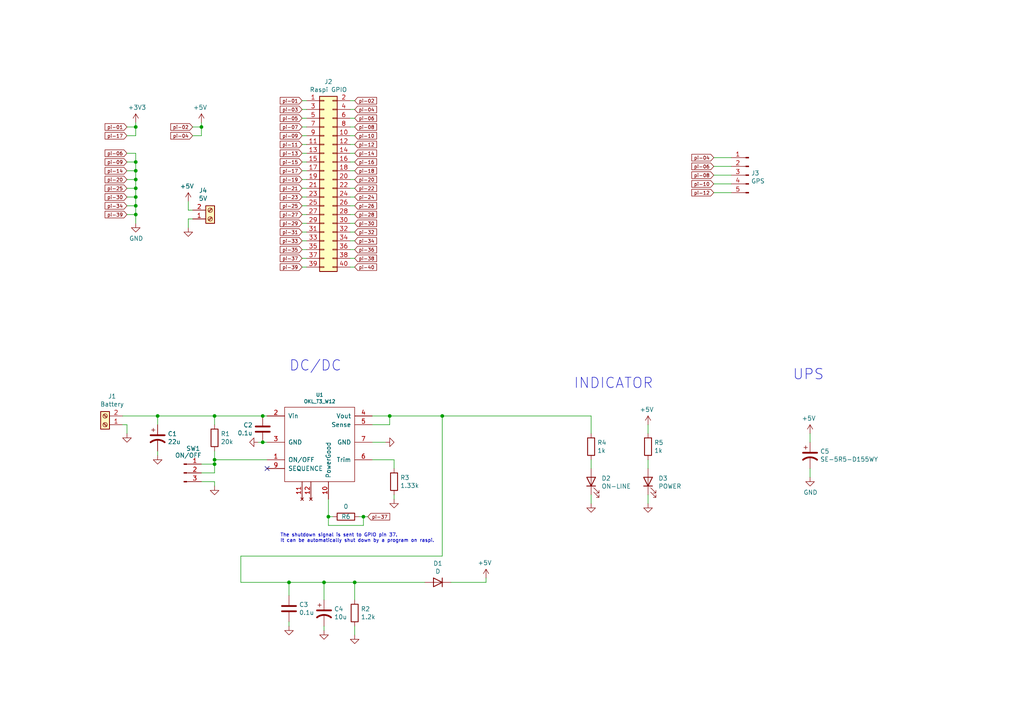
<source format=kicad_sch>
(kicad_sch (version 20230121) (generator eeschema)
  (paper "A4")
  (lib_symbols
    (symbol "Connector:Screw_Terminal_01x02" (pin_names (offset 1.016) hide)
      (property "Reference" "J" (at 0 2.54 0))
      (property "Value" "Screw_Terminal_01x02" (at 0 -5.08 0))
      (symbol "Screw_Terminal_01x02_1_1"
        (rectangle (start -1.27 1.27) (end 1.27 -3.81) (stroke (width 0.254)) (fill (type background)))
        (circle (center 0 -2.54) (radius 0.635) (stroke (width 0.1524)))
        (polyline (pts (xy -0.5334 -2.2098) (xy 0.3302 -3.048)) (stroke (width 0.1524)))
        (polyline (pts (xy -0.5334 0.3302) (xy 0.3302 -0.508)) (stroke (width 0.1524)))
        (polyline (pts (xy -0.3556 -2.032) (xy 0.508 -2.8702)) (stroke (width 0.1524)))
        (polyline (pts (xy -0.3556 0.508) (xy 0.508 -0.3302)) (stroke (width 0.1524)))
        (circle (center 0 0) (radius 0.635) (stroke (width 0.1524)))
        (pin passive line (at -5.08 0 0) (length 3.81) (name "Pin_1") (number "1"))
        (pin passive line (at -5.08 -2.54 0) (length 3.81) (name "Pin_2") (number "2"))
      )
    )
    (symbol "Connector_Generic:Conn_02x20_Odd_Even" (pin_names (offset 1.016) hide)
      (property "Reference" "J" (at 1.27 25.4 0))
      (property "Value" "Conn_02x20_Odd_Even" (at 1.27 -27.94 0))
      (symbol "Conn_02x20_Odd_Even_1_1"
        (rectangle (start -1.27 -25.273) (end 0 -25.527) (stroke (width 0.1524)))
        (rectangle (start -1.27 -22.733) (end 0 -22.987) (stroke (width 0.1524)))
        (rectangle (start -1.27 -20.193) (end 0 -20.447) (stroke (width 0.1524)))
        (rectangle (start -1.27 -17.653) (end 0 -17.907) (stroke (width 0.1524)))
        (rectangle (start -1.27 -15.113) (end 0 -15.367) (stroke (width 0.1524)))
        (rectangle (start -1.27 -12.573) (end 0 -12.827) (stroke (width 0.1524)))
        (rectangle (start -1.27 -10.033) (end 0 -10.287) (stroke (width 0.1524)))
        (rectangle (start -1.27 -7.493) (end 0 -7.747) (stroke (width 0.1524)))
        (rectangle (start -1.27 -4.953) (end 0 -5.207) (stroke (width 0.1524)))
        (rectangle (start -1.27 -2.413) (end 0 -2.667) (stroke (width 0.1524)))
        (rectangle (start -1.27 0.127) (end 0 -0.127) (stroke (width 0.1524)))
        (rectangle (start -1.27 2.667) (end 0 2.413) (stroke (width 0.1524)))
        (rectangle (start -1.27 5.207) (end 0 4.953) (stroke (width 0.1524)))
        (rectangle (start -1.27 7.747) (end 0 7.493) (stroke (width 0.1524)))
        (rectangle (start -1.27 10.287) (end 0 10.033) (stroke (width 0.1524)))
        (rectangle (start -1.27 12.827) (end 0 12.573) (stroke (width 0.1524)))
        (rectangle (start -1.27 15.367) (end 0 15.113) (stroke (width 0.1524)))
        (rectangle (start -1.27 17.907) (end 0 17.653) (stroke (width 0.1524)))
        (rectangle (start -1.27 20.447) (end 0 20.193) (stroke (width 0.1524)))
        (rectangle (start -1.27 22.987) (end 0 22.733) (stroke (width 0.1524)))
        (rectangle (start -1.27 24.13) (end 3.81 -26.67) (stroke (width 0.254)) (fill (type background)))
        (rectangle (start 3.81 -25.273) (end 2.54 -25.527) (stroke (width 0.1524)))
        (rectangle (start 3.81 -22.733) (end 2.54 -22.987) (stroke (width 0.1524)))
        (rectangle (start 3.81 -20.193) (end 2.54 -20.447) (stroke (width 0.1524)))
        (rectangle (start 3.81 -17.653) (end 2.54 -17.907) (stroke (width 0.1524)))
        (rectangle (start 3.81 -15.113) (end 2.54 -15.367) (stroke (width 0.1524)))
        (rectangle (start 3.81 -12.573) (end 2.54 -12.827) (stroke (width 0.1524)))
        (rectangle (start 3.81 -10.033) (end 2.54 -10.287) (stroke (width 0.1524)))
        (rectangle (start 3.81 -7.493) (end 2.54 -7.747) (stroke (width 0.1524)))
        (rectangle (start 3.81 -4.953) (end 2.54 -5.207) (stroke (width 0.1524)))
        (rectangle (start 3.81 -2.413) (end 2.54 -2.667) (stroke (width 0.1524)))
        (rectangle (start 3.81 0.127) (end 2.54 -0.127) (stroke (width 0.1524)))
        (rectangle (start 3.81 2.667) (end 2.54 2.413) (stroke (width 0.1524)))
        (rectangle (start 3.81 5.207) (end 2.54 4.953) (stroke (width 0.1524)))
        (rectangle (start 3.81 7.747) (end 2.54 7.493) (stroke (width 0.1524)))
        (rectangle (start 3.81 10.287) (end 2.54 10.033) (stroke (width 0.1524)))
        (rectangle (start 3.81 12.827) (end 2.54 12.573) (stroke (width 0.1524)))
        (rectangle (start 3.81 15.367) (end 2.54 15.113) (stroke (width 0.1524)))
        (rectangle (start 3.81 17.907) (end 2.54 17.653) (stroke (width 0.1524)))
        (rectangle (start 3.81 20.447) (end 2.54 20.193) (stroke (width 0.1524)))
        (rectangle (start 3.81 22.987) (end 2.54 22.733) (stroke (width 0.1524)))
        (pin passive line (at -5.08 22.86 0) (length 3.81) (name "Pin_1") (number "1"))
        (pin passive line (at 7.62 12.7 180) (length 3.81) (name "Pin_10") (number "10"))
        (pin passive line (at -5.08 10.16 0) (length 3.81) (name "Pin_11") (number "11"))
        (pin passive line (at 7.62 10.16 180) (length 3.81) (name "Pin_12") (number "12"))
        (pin passive line (at -5.08 7.62 0) (length 3.81) (name "Pin_13") (number "13"))
        (pin passive line (at 7.62 7.62 180) (length 3.81) (name "Pin_14") (number "14"))
        (pin passive line (at -5.08 5.08 0) (length 3.81) (name "Pin_15") (number "15"))
        (pin passive line (at 7.62 5.08 180) (length 3.81) (name "Pin_16") (number "16"))
        (pin passive line (at -5.08 2.54 0) (length 3.81) (name "Pin_17") (number "17"))
        (pin passive line (at 7.62 2.54 180) (length 3.81) (name "Pin_18") (number "18"))
        (pin passive line (at -5.08 0 0) (length 3.81) (name "Pin_19") (number "19"))
        (pin passive line (at 7.62 22.86 180) (length 3.81) (name "Pin_2") (number "2"))
        (pin passive line (at 7.62 0 180) (length 3.81) (name "Pin_20") (number "20"))
        (pin passive line (at -5.08 -2.54 0) (length 3.81) (name "Pin_21") (number "21"))
        (pin passive line (at 7.62 -2.54 180) (length 3.81) (name "Pin_22") (number "22"))
        (pin passive line (at -5.08 -5.08 0) (length 3.81) (name "Pin_23") (number "23"))
        (pin passive line (at 7.62 -5.08 180) (length 3.81) (name "Pin_24") (number "24"))
        (pin passive line (at -5.08 -7.62 0) (length 3.81) (name "Pin_25") (number "25"))
        (pin passive line (at 7.62 -7.62 180) (length 3.81) (name "Pin_26") (number "26"))
        (pin passive line (at -5.08 -10.16 0) (length 3.81) (name "Pin_27") (number "27"))
        (pin passive line (at 7.62 -10.16 180) (length 3.81) (name "Pin_28") (number "28"))
        (pin passive line (at -5.08 -12.7 0) (length 3.81) (name "Pin_29") (number "29"))
        (pin passive line (at -5.08 20.32 0) (length 3.81) (name "Pin_3") (number "3"))
        (pin passive line (at 7.62 -12.7 180) (length 3.81) (name "Pin_30") (number "30"))
        (pin passive line (at -5.08 -15.24 0) (length 3.81) (name "Pin_31") (number "31"))
        (pin passive line (at 7.62 -15.24 180) (length 3.81) (name "Pin_32") (number "32"))
        (pin passive line (at -5.08 -17.78 0) (length 3.81) (name "Pin_33") (number "33"))
        (pin passive line (at 7.62 -17.78 180) (length 3.81) (name "Pin_34") (number "34"))
        (pin passive line (at -5.08 -20.32 0) (length 3.81) (name "Pin_35") (number "35"))
        (pin passive line (at 7.62 -20.32 180) (length 3.81) (name "Pin_36") (number "36"))
        (pin passive line (at -5.08 -22.86 0) (length 3.81) (name "Pin_37") (number "37"))
        (pin passive line (at 7.62 -22.86 180) (length 3.81) (name "Pin_38") (number "38"))
        (pin passive line (at -5.08 -25.4 0) (length 3.81) (name "Pin_39") (number "39"))
        (pin passive line (at 7.62 20.32 180) (length 3.81) (name "Pin_4") (number "4"))
        (pin passive line (at 7.62 -25.4 180) (length 3.81) (name "Pin_40") (number "40"))
        (pin passive line (at -5.08 17.78 0) (length 3.81) (name "Pin_5") (number "5"))
        (pin passive line (at 7.62 17.78 180) (length 3.81) (name "Pin_6") (number "6"))
        (pin passive line (at -5.08 15.24 0) (length 3.81) (name "Pin_7") (number "7"))
        (pin passive line (at 7.62 15.24 180) (length 3.81) (name "Pin_8") (number "8"))
        (pin passive line (at -5.08 12.7 0) (length 3.81) (name "Pin_9") (number "9"))
      )
    )
    (symbol "Device:C" (pin_numbers hide) (pin_names (offset 0.254))
      (property "Reference" "C" (at 0.635 2.54 0))
      (property "Value" "C" (at 0.635 -2.54 0))
      (symbol "C_0_1"
        (polyline (pts (xy -2.032 -0.762) (xy 2.032 -0.762)) (stroke (width 0.508)))
        (polyline (pts (xy -2.032 0.762) (xy 2.032 0.762)) (stroke (width 0.508)))
      )
      (symbol "C_1_1"
        (pin passive line (at 0 3.81 270) (length 2.794) (name "~") (number "1"))
        (pin passive line (at 0 -3.81 90) (length 2.794) (name "~") (number "2"))
      )
    )
    (symbol "Device:D" (pin_numbers hide) (pin_names (offset 1.016) hide)
      (property "Reference" "D" (at 0 2.54 0))
      (property "Value" "D" (at 0 -2.54 0))
      (symbol "D_0_1"
        (polyline (pts (xy -1.27 1.27) (xy -1.27 -1.27)) (stroke (width 0.254)))
        (polyline (pts (xy 1.27 0) (xy -1.27 0)))
        (polyline (pts (xy 1.27 1.27) (xy 1.27 -1.27) (xy -1.27 0) (xy 1.27 1.27)) (stroke (width 0.254)))
      )
      (symbol "D_1_1"
        (pin passive line (at -3.81 0 0) (length 2.54) (name "K") (number "1"))
        (pin passive line (at 3.81 0 180) (length 2.54) (name "A") (number "2"))
      )
    )
    (symbol "Device:LED" (pin_numbers hide) (pin_names (offset 1.016) hide)
      (property "Reference" "D" (at 0 2.54 0))
      (property "Value" "LED" (at 0 -2.54 0))
      (symbol "LED_0_1"
        (polyline (pts (xy -1.27 -1.27) (xy -1.27 1.27)) (stroke (width 0.254)))
        (polyline (pts (xy -1.27 0) (xy 1.27 0)))
        (polyline (pts (xy 1.27 -1.27) (xy 1.27 1.27) (xy -1.27 0) (xy 1.27 -1.27)) (stroke (width 0.254)))
        (polyline (pts (xy -3.048 -0.762) (xy -4.572 -2.286) (xy -3.81 -2.286) (xy -4.572 -2.286) (xy -4.572 -1.524)))
        (polyline (pts (xy -1.778 -0.762) (xy -3.302 -2.286) (xy -2.54 -2.286) (xy -3.302 -2.286) (xy -3.302 -1.524)))
      )
      (symbol "LED_1_1"
        (pin passive line (at -3.81 0 0) (length 2.54) (name "K") (number "1"))
        (pin passive line (at 3.81 0 180) (length 2.54) (name "A") (number "2"))
      )
    )
    (symbol "Device:R" (pin_numbers hide) (pin_names (offset 0))
      (property "Reference" "R" (at 2.032 0 90))
      (property "Value" "R" (at 0 0 90))
      (symbol "R_0_1"
        (rectangle (start -1.016 -2.54) (end 1.016 2.54) (stroke (width 0.254)))
      )
      (symbol "R_1_1"
        (pin passive line (at 0 3.81 270) (length 1.27) (name "~") (number "1"))
        (pin passive line (at 0 -3.81 90) (length 1.27) (name "~") (number "2"))
      )
    )
    (symbol "pi-ups-rescue:+3.3V-power" (power) (pin_names (offset 0))
      (property "Value" "+3.3V-power" (at 0 3.556 0))
      (symbol "+3.3V-power_0_1"
        (polyline (pts (xy -0.762 1.27) (xy 0 2.54)))
        (polyline (pts (xy 0 0) (xy 0 2.54)))
        (polyline (pts (xy 0 2.54) (xy 0.762 1.27)))
      )
      (symbol "+3.3V-power_1_1"
        (pin power_in line (at 0 0 90) (length 0) hide (name "+3V3") (number "1"))
      )
    )
    (symbol "pi-ups-rescue:CP1-Device" (pin_numbers hide) (pin_names (offset 0.254) hide)
      (property "Reference" "C" (at 0.635 2.54 0))
      (property "Value" "Device:CP1" (at 0.635 -2.54 0))
      (symbol "CP1-Device_0_1"
        (polyline (pts (xy -2.032 0.762) (xy 2.032 0.762)) (stroke (width 0.508)))
        (polyline (pts (xy -1.778 2.286) (xy -0.762 2.286)))
        (polyline (pts (xy -1.27 1.778) (xy -1.27 2.794)))
        (arc (start 2.032 -1.27) (mid 0 -0.5572) (end -2.032 -1.27) (stroke (width 0.508)))
      )
      (symbol "CP1-Device_1_1"
        (pin passive line (at 0 3.81 270) (length 2.794) (name "~") (number "1"))
        (pin passive line (at 0 -3.81 90) (length 3.302) (name "~") (number "2"))
      )
    )
    (symbol "pi-ups-rescue:Conn_01x03_Male-Connector" (pin_names (offset 1.016) hide)
      (property "Reference" "J" (at 0 5.08 0))
      (property "Value" "Connector:Conn_01x03_Male" (at 0 -5.08 0))
      (symbol "Conn_01x03_Male-Connector_1_1"
        (polyline (pts (xy 1.27 -2.54) (xy 0.8636 -2.54)) (stroke (width 0.1524)))
        (polyline (pts (xy 1.27 0) (xy 0.8636 0)) (stroke (width 0.1524)))
        (polyline (pts (xy 1.27 2.54) (xy 0.8636 2.54)) (stroke (width 0.1524)))
        (rectangle (start 0.8636 -2.413) (end 0 -2.667) (stroke (width 0.1524)) (fill (type outline)))
        (rectangle (start 0.8636 0.127) (end 0 -0.127) (stroke (width 0.1524)) (fill (type outline)))
        (rectangle (start 0.8636 2.667) (end 0 2.413) (stroke (width 0.1524)) (fill (type outline)))
        (pin passive line (at 5.08 2.54 180) (length 3.81) (name "Pin_1") (number "1"))
        (pin passive line (at 5.08 0 180) (length 3.81) (name "Pin_2") (number "2"))
        (pin passive line (at 5.08 -2.54 180) (length 3.81) (name "Pin_3") (number "3"))
      )
    )
    (symbol "pi-ups-rescue:Conn_01x05_Male-Connector" (pin_names (offset 1.016) hide)
      (property "Reference" "J" (at 0 7.62 0))
      (property "Value" "Connector:Conn_01x05_Male" (at 0 -7.62 0))
      (symbol "Conn_01x05_Male-Connector_1_1"
        (polyline (pts (xy 1.27 -5.08) (xy 0.8636 -5.08)) (stroke (width 0.1524)))
        (polyline (pts (xy 1.27 -2.54) (xy 0.8636 -2.54)) (stroke (width 0.1524)))
        (polyline (pts (xy 1.27 0) (xy 0.8636 0)) (stroke (width 0.1524)))
        (polyline (pts (xy 1.27 2.54) (xy 0.8636 2.54)) (stroke (width 0.1524)))
        (polyline (pts (xy 1.27 5.08) (xy 0.8636 5.08)) (stroke (width 0.1524)))
        (rectangle (start 0.8636 -4.953) (end 0 -5.207) (stroke (width 0.1524)) (fill (type outline)))
        (rectangle (start 0.8636 -2.413) (end 0 -2.667) (stroke (width 0.1524)) (fill (type outline)))
        (rectangle (start 0.8636 0.127) (end 0 -0.127) (stroke (width 0.1524)) (fill (type outline)))
        (rectangle (start 0.8636 2.667) (end 0 2.413) (stroke (width 0.1524)) (fill (type outline)))
        (rectangle (start 0.8636 5.207) (end 0 4.953) (stroke (width 0.1524)) (fill (type outline)))
        (pin passive line (at 5.08 5.08 180) (length 3.81) (name "Pin_1") (number "1"))
        (pin passive line (at 5.08 2.54 180) (length 3.81) (name "Pin_2") (number "2"))
        (pin passive line (at 5.08 0 180) (length 3.81) (name "Pin_3") (number "3"))
        (pin passive line (at 5.08 -2.54 180) (length 3.81) (name "Pin_4") (number "4"))
        (pin passive line (at 5.08 -5.08 180) (length 3.81) (name "Pin_5") (number "5"))
      )
    )
    (symbol "pi-ups-rescue:OKL_T3_W12-murata_dcdc" (pin_names (offset 1.016))
      (property "Reference" "U" (at 0 7.62 0))
      (property "Value" "murata_dcdc:OKL_T3_W12" (at 0 5.08 0))
      (symbol "OKL_T3_W12-murata_dcdc_0_1"
        (rectangle (start -10.16 6.35) (end 10.16 -15.24))
      )
      (symbol "OKL_T3_W12-murata_dcdc_1_1"
        (pin bidirectional line (at -15.24 -8.89 0) (length 5.08) (name "ON/OFF") (number "1"))
        (pin bidirectional line (at 2.54 -20.32 90) (length 5.08) (name "PowerGood") (number "10"))
        (pin no_connect line (at -5.08 -20.32 90) (length 5.08) (name "~") (number "11"))
        (pin no_connect line (at -2.54 -20.32 90) (length 5.08) (name "~") (number "12"))
        (pin power_in line (at -15.24 3.81 0) (length 5.08) (name "Vin") (number "2"))
        (pin power_in line (at -15.24 -3.81 0) (length 5.08) (name "GND") (number "3"))
        (pin power_out line (at 15.24 3.81 180) (length 5.08) (name "Vout") (number "4"))
        (pin bidirectional line (at 15.24 1.27 180) (length 5.08) (name "Sense") (number "5"))
        (pin bidirectional line (at 15.24 -8.89 180) (length 5.08) (name "Trim") (number "6"))
        (pin power_in line (at 15.24 -3.81 180) (length 5.08) (name "GND") (number "7"))
        (pin bidirectional line (at -15.24 -11.43 0) (length 5.08) (name "SEQUENCE") (number "9"))
      )
    )
    (symbol "power:+5V" (power) (pin_names (offset 0))
      (property "Value" "+5V" (at 0 3.556 0))
      (symbol "+5V_0_1"
        (polyline (pts (xy -0.762 1.27) (xy 0 2.54)))
        (polyline (pts (xy 0 0) (xy 0 2.54)))
        (polyline (pts (xy 0 2.54) (xy 0.762 1.27)))
      )
      (symbol "+5V_1_1"
        (pin power_in line (at 0 0 90) (length 0) hide (name "+5V") (number "1"))
      )
    )
    (symbol "power:GND" (power) (pin_names (offset 0))
      (property "Value" "GND" (at 0 -3.81 0))
      (symbol "GND_0_1"
        (polyline (pts (xy 0 0) (xy 0 -1.27) (xy 1.27 -1.27) (xy 0 -2.54) (xy -1.27 -1.27) (xy 0 -1.27)))
      )
      (symbol "GND_1_1"
        (pin power_in line (at 0 0 270) (length 0) hide (name "GND") (number "1"))
      )
    )
  )
  (junction (at 39.37 57.15))
  (junction (at 83.82 168.91))
  (junction (at 113.03 120.65))
  (junction (at 62.23 133.35))
  (junction (at 102.87 168.91))
  (junction (at 39.37 36.83))
  (junction (at 128.27 120.65))
  (junction (at 105.41 149.86))
  (junction (at 62.23 134.62))
  (junction (at 76.2 120.65))
  (junction (at 39.37 49.53))
  (junction (at 93.98 168.91))
  (junction (at 39.37 62.23))
  (junction (at 39.37 59.69))
  (junction (at 58.42 36.83))
  (junction (at 39.37 54.61))
  (junction (at 95.25 149.86))
  (junction (at 76.2 128.27))
  (junction (at 45.72 120.65))
  (junction (at 39.37 52.07))
  (junction (at 62.23 120.65))
  (junction (at 39.37 46.99))
  (no_connect (at 77.47 135.89))
  (wire (pts (xy 39.37 62.23) (xy 39.37 59.69)))
  (wire (pts (xy 39.37 36.83) (xy 39.37 39.37)))
  (wire (pts (xy 58.42 39.37) (xy 55.88 39.37)))
  (wire (pts (xy 35.56 123.19) (xy 36.83 123.19)))
  (wire (pts (xy 207.01 45.72) (xy 212.09 45.72)))
  (wire (pts (xy 36.83 54.61) (xy 39.37 54.61)))
  (wire (pts (xy 130.81 168.91) (xy 140.97 168.91)))
  (wire (pts (xy 128.27 161.29) (xy 69.85 161.29)))
  (wire (pts (xy 105.41 152.4) (xy 105.41 149.86)))
  (wire (pts (xy 45.72 130.81) (xy 45.72 132.08)))
  (wire (pts (xy 88.9 39.37) (xy 87.63 39.37)))
  (wire (pts (xy 58.42 134.62) (xy 62.23 134.62)))
  (wire (pts (xy 58.42 36.83) (xy 58.42 39.37)))
  (wire (pts (xy 88.9 54.61) (xy 87.63 54.61)))
  (wire (pts (xy 58.42 137.16) (xy 62.23 137.16)))
  (wire (pts (xy 102.87 29.21) (xy 101.6 29.21)))
  (wire (pts (xy 39.37 44.45) (xy 36.83 44.45)))
  (wire (pts (xy 101.6 72.39) (xy 102.87 72.39)))
  (wire (pts (xy 105.41 149.86) (xy 106.68 149.86)))
  (wire (pts (xy 101.6 62.23) (xy 102.87 62.23)))
  (wire (pts (xy 62.23 137.16) (xy 62.23 134.62)))
  (wire (pts (xy 88.9 52.07) (xy 87.63 52.07)))
  (wire (pts (xy 101.6 31.75) (xy 102.87 31.75)))
  (wire (pts (xy 88.9 62.23) (xy 87.63 62.23)))
  (wire (pts (xy 187.96 123.19) (xy 187.96 125.73)))
  (wire (pts (xy 88.9 77.47) (xy 87.63 77.47)))
  (wire (pts (xy 88.9 34.29) (xy 87.63 34.29)))
  (wire (pts (xy 36.83 36.83) (xy 39.37 36.83)))
  (wire (pts (xy 69.85 168.91) (xy 83.82 168.91)))
  (wire (pts (xy 39.37 52.07) (xy 39.37 49.53)))
  (wire (pts (xy 95.25 149.86) (xy 95.25 152.4)))
  (wire (pts (xy 101.6 59.69) (xy 102.87 59.69)))
  (wire (pts (xy 88.9 31.75) (xy 87.63 31.75)))
  (wire (pts (xy 234.95 138.43) (xy 234.95 135.89)))
  (wire (pts (xy 83.82 172.72) (xy 83.82 168.91)))
  (wire (pts (xy 95.25 144.78) (xy 95.25 149.86)))
  (wire (pts (xy 101.6 77.47) (xy 102.87 77.47)))
  (wire (pts (xy 107.95 120.65) (xy 113.03 120.65)))
  (wire (pts (xy 171.45 135.89) (xy 171.45 133.35)))
  (wire (pts (xy 114.3 135.89) (xy 114.3 133.35)))
  (wire (pts (xy 45.72 120.65) (xy 45.72 123.19)))
  (wire (pts (xy 88.9 57.15) (xy 87.63 57.15)))
  (wire (pts (xy 62.23 139.7) (xy 62.23 140.97)))
  (wire (pts (xy 114.3 133.35) (xy 107.95 133.35)))
  (wire (pts (xy 58.42 139.7) (xy 62.23 139.7)))
  (wire (pts (xy 36.83 57.15) (xy 39.37 57.15)))
  (wire (pts (xy 39.37 59.69) (xy 39.37 57.15)))
  (wire (pts (xy 77.47 128.27) (xy 76.2 128.27)))
  (wire (pts (xy 39.37 46.99) (xy 39.37 44.45)))
  (wire (pts (xy 87.63 29.21) (xy 88.9 29.21)))
  (wire (pts (xy 36.83 46.99) (xy 39.37 46.99)))
  (wire (pts (xy 69.85 161.29) (xy 69.85 168.91)))
  (wire (pts (xy 113.03 120.65) (xy 128.27 120.65)))
  (wire (pts (xy 88.9 41.91) (xy 87.63 41.91)))
  (wire (pts (xy 54.61 60.96) (xy 55.88 60.96)))
  (wire (pts (xy 212.09 53.34) (xy 207.01 53.34)))
  (wire (pts (xy 101.6 52.07) (xy 102.87 52.07)))
  (wire (pts (xy 55.88 36.83) (xy 58.42 36.83)))
  (wire (pts (xy 39.37 54.61) (xy 39.37 52.07)))
  (wire (pts (xy 76.2 128.27) (xy 74.93 128.27)))
  (wire (pts (xy 101.6 41.91) (xy 102.87 41.91)))
  (wire (pts (xy 39.37 39.37) (xy 36.83 39.37)))
  (wire (pts (xy 76.2 120.65) (xy 77.47 120.65)))
  (wire (pts (xy 234.95 128.27) (xy 234.95 125.73)))
  (wire (pts (xy 212.09 48.26) (xy 207.01 48.26)))
  (wire (pts (xy 39.37 57.15) (xy 39.37 54.61)))
  (wire (pts (xy 88.9 67.31) (xy 87.63 67.31)))
  (wire (pts (xy 88.9 59.69) (xy 87.63 59.69)))
  (wire (pts (xy 207.01 50.8) (xy 212.09 50.8)))
  (wire (pts (xy 62.23 134.62) (xy 62.23 133.35)))
  (wire (pts (xy 187.96 146.05) (xy 187.96 143.51)))
  (wire (pts (xy 36.83 52.07) (xy 39.37 52.07)))
  (wire (pts (xy 207.01 55.88) (xy 212.09 55.88)))
  (wire (pts (xy 45.72 120.65) (xy 62.23 120.65)))
  (wire (pts (xy 102.87 181.61) (xy 102.87 184.15)))
  (wire (pts (xy 39.37 36.83) (xy 39.37 35.56)))
  (wire (pts (xy 88.9 74.93) (xy 87.63 74.93)))
  (wire (pts (xy 39.37 49.53) (xy 36.83 49.53)))
  (wire (pts (xy 101.6 44.45) (xy 102.87 44.45)))
  (wire (pts (xy 58.42 35.56) (xy 58.42 36.83)))
  (wire (pts (xy 113.03 123.19) (xy 113.03 120.65)))
  (wire (pts (xy 101.6 39.37) (xy 102.87 39.37)))
  (wire (pts (xy 88.9 64.77) (xy 87.63 64.77)))
  (wire (pts (xy 104.14 149.86) (xy 105.41 149.86)))
  (wire (pts (xy 88.9 69.85) (xy 87.63 69.85)))
  (wire (pts (xy 187.96 135.89) (xy 187.96 133.35)))
  (wire (pts (xy 54.61 63.5) (xy 54.61 66.04)))
  (wire (pts (xy 101.6 69.85) (xy 102.87 69.85)))
  (wire (pts (xy 128.27 120.65) (xy 171.45 120.65)))
  (wire (pts (xy 101.6 67.31) (xy 102.87 67.31)))
  (wire (pts (xy 39.37 49.53) (xy 39.37 46.99)))
  (wire (pts (xy 88.9 46.99) (xy 87.63 46.99)))
  (wire (pts (xy 54.61 58.42) (xy 54.61 60.96)))
  (wire (pts (xy 83.82 180.34) (xy 83.82 181.61)))
  (wire (pts (xy 55.88 63.5) (xy 54.61 63.5)))
  (wire (pts (xy 171.45 120.65) (xy 171.45 125.73)))
  (wire (pts (xy 102.87 168.91) (xy 123.19 168.91)))
  (wire (pts (xy 107.95 123.19) (xy 113.03 123.19)))
  (wire (pts (xy 114.3 144.78) (xy 114.3 143.51)))
  (wire (pts (xy 140.97 167.64) (xy 140.97 168.91)))
  (wire (pts (xy 93.98 168.91) (xy 102.87 168.91)))
  (wire (pts (xy 101.6 46.99) (xy 102.87 46.99)))
  (wire (pts (xy 88.9 72.39) (xy 87.63 72.39)))
  (wire (pts (xy 88.9 36.83) (xy 87.63 36.83)))
  (wire (pts (xy 36.83 62.23) (xy 39.37 62.23)))
  (wire (pts (xy 102.87 173.99) (xy 102.87 168.91)))
  (wire (pts (xy 101.6 54.61) (xy 102.87 54.61)))
  (wire (pts (xy 36.83 59.69) (xy 39.37 59.69)))
  (wire (pts (xy 39.37 62.23) (xy 39.37 64.77)))
  (wire (pts (xy 107.95 128.27) (xy 111.76 128.27)))
  (wire (pts (xy 101.6 57.15) (xy 102.87 57.15)))
  (wire (pts (xy 101.6 36.83) (xy 102.87 36.83)))
  (wire (pts (xy 171.45 146.05) (xy 171.45 143.51)))
  (wire (pts (xy 35.56 120.65) (xy 45.72 120.65)))
  (wire (pts (xy 83.82 168.91) (xy 93.98 168.91)))
  (wire (pts (xy 95.25 152.4) (xy 105.41 152.4)))
  (wire (pts (xy 62.23 120.65) (xy 62.23 123.19)))
  (wire (pts (xy 88.9 44.45) (xy 87.63 44.45)))
  (wire (pts (xy 93.98 181.61) (xy 93.98 182.88)))
  (wire (pts (xy 62.23 130.81) (xy 62.23 133.35)))
  (wire (pts (xy 101.6 74.93) (xy 102.87 74.93)))
  (wire (pts (xy 101.6 64.77) (xy 102.87 64.77)))
  (wire (pts (xy 101.6 34.29) (xy 102.87 34.29)))
  (wire (pts (xy 101.6 49.53) (xy 102.87 49.53)))
  (wire (pts (xy 93.98 173.99) (xy 93.98 168.91)))
  (wire (pts (xy 88.9 49.53) (xy 87.63 49.53)))
  (wire (pts (xy 95.25 149.86) (xy 96.52 149.86)))
  (wire (pts (xy 62.23 120.65) (xy 76.2 120.65)))
  (wire (pts (xy 36.83 123.19) (xy 36.83 125.73)))
  (wire (pts (xy 128.27 120.65) (xy 128.27 161.29)))
  (wire (pts (xy 62.23 133.35) (xy 77.47 133.35)))
  (text "UPS" (at 229.87 110.49 0) (effects (font (size 2.9972 2.9972)) (justify left bottom)))
  (text "The shutdown signal is sent to GPIO pin 37.\nIt can be automatically shut down by a program on raspi." (at 81.28 157.48 0) (effects (font (size 0.9906 0.9906)) (justify left bottom)))
  (text "DC/DC" (at 83.82 107.95 0) (effects (font (size 2.9972 2.9972)) (justify left bottom)))
  (text "INDICATOR" (at 166.37 113.03 0) (effects (font (size 2.9972 2.9972)) (justify left bottom)))
  (global_label "pi-12" (shape input) (at 207.01 55.88 180) (effects (font (size 0.9906 0.9906))) (property "Intersheetrefs" "${INTERSHEET_REFS}" (effects hide)))
  (global_label "pi-29" (shape input) (at 87.63 64.77 180) (effects (font (size 0.9906 0.9906))) (property "Intersheetrefs" "${INTERSHEET_REFS}" (effects hide)))
  (global_label "pi-32" (shape input) (at 102.87 67.31 0) (effects (font (size 0.9906 0.9906))) (property "Intersheetrefs" "${INTERSHEET_REFS}" (effects hide)))
  (global_label "pi-27" (shape input) (at 87.63 62.23 180) (effects (font (size 0.9906 0.9906))) (property "Intersheetrefs" "${INTERSHEET_REFS}" (effects hide)))
  (global_label "pi-28" (shape input) (at 102.87 62.23 0) (effects (font (size 0.9906 0.9906))) (property "Intersheetrefs" "${INTERSHEET_REFS}" (effects hide)))
  (global_label "pi-01" (shape input) (at 87.63 29.21 180) (effects (font (size 0.9906 0.9906))) (property "Intersheetrefs" "${INTERSHEET_REFS}" (effects hide)))
  (global_label "pi-15" (shape input) (at 87.63 46.99 180) (effects (font (size 0.9906 0.9906))) (property "Intersheetrefs" "${INTERSHEET_REFS}" (effects hide)))
  (global_label "pi-36" (shape input) (at 102.87 72.39 0) (effects (font (size 0.9906 0.9906))) (property "Intersheetrefs" "${INTERSHEET_REFS}" (effects hide)))
  (global_label "pi-34" (shape input) (at 102.87 69.85 0) (effects (font (size 0.9906 0.9906))) (property "Intersheetrefs" "${INTERSHEET_REFS}" (effects hide)))
  (global_label "pi-38" (shape input) (at 102.87 74.93 0) (effects (font (size 0.9906 0.9906))) (property "Intersheetrefs" "${INTERSHEET_REFS}" (effects hide)))
  (global_label "pi-31" (shape input) (at 87.63 67.31 180) (effects (font (size 0.9906 0.9906))) (property "Intersheetrefs" "${INTERSHEET_REFS}" (effects hide)))
  (global_label "pi-25" (shape input) (at 87.63 59.69 180) (effects (font (size 0.9906 0.9906))) (property "Intersheetrefs" "${INTERSHEET_REFS}" (effects hide)))
  (global_label "pi-35" (shape input) (at 87.63 72.39 180) (effects (font (size 0.9906 0.9906))) (property "Intersheetrefs" "${INTERSHEET_REFS}" (effects hide)))
  (global_label "pi-14" (shape input) (at 102.87 44.45 0) (effects (font (size 0.9906 0.9906))) (property "Intersheetrefs" "${INTERSHEET_REFS}" (effects hide)))
  (global_label "pi-04" (shape input) (at 55.88 39.37 180) (effects (font (size 0.9906 0.9906))) (property "Intersheetrefs" "${INTERSHEET_REFS}" (effects hide)))
  (global_label "pi-24" (shape input) (at 102.87 57.15 0) (effects (font (size 0.9906 0.9906))) (property "Intersheetrefs" "${INTERSHEET_REFS}" (effects hide)))
  (global_label "pi-04" (shape input) (at 102.87 31.75 0) (effects (font (size 0.9906 0.9906))) (property "Intersheetrefs" "${INTERSHEET_REFS}" (effects hide)))
  (global_label "pi-18" (shape input) (at 102.87 49.53 0) (effects (font (size 0.9906 0.9906))) (property "Intersheetrefs" "${INTERSHEET_REFS}" (effects hide)))
  (global_label "pi-16" (shape input) (at 102.87 46.99 0) (effects (font (size 0.9906 0.9906))) (property "Intersheetrefs" "${INTERSHEET_REFS}" (effects hide)))
  (global_label "pi-07" (shape input) (at 87.63 36.83 180) (effects (font (size 0.9906 0.9906))) (property "Intersheetrefs" "${INTERSHEET_REFS}" (effects hide)))
  (global_label "pi-19" (shape input) (at 87.63 52.07 180) (effects (font (size 0.9906 0.9906))) (property "Intersheetrefs" "${INTERSHEET_REFS}" (effects hide)))
  (global_label "pi-37" (shape input) (at 87.63 74.93 180) (effects (font (size 0.9906 0.9906))) (property "Intersheetrefs" "${INTERSHEET_REFS}" (effects hide)))
  (global_label "pi-09" (shape input) (at 36.83 46.99 180) (effects (font (size 0.9906 0.9906))) (property "Intersheetrefs" "${INTERSHEET_REFS}" (effects hide)))
  (global_label "pi-10" (shape input) (at 102.87 39.37 0) (effects (font (size 0.9906 0.9906))) (property "Intersheetrefs" "${INTERSHEET_REFS}" (effects hide)))
  (global_label "pi-17" (shape input) (at 36.83 39.37 180) (effects (font (size 0.9906 0.9906))) (property "Intersheetrefs" "${INTERSHEET_REFS}" (effects hide)))
  (global_label "pi-34" (shape input) (at 36.83 59.69 180) (effects (font (size 0.9906 0.9906))) (property "Intersheetrefs" "${INTERSHEET_REFS}" (effects hide)))
  (global_label "pi-12" (shape input) (at 102.87 41.91 0) (effects (font (size 0.9906 0.9906))) (property "Intersheetrefs" "${INTERSHEET_REFS}" (effects hide)))
  (global_label "pi-14" (shape input) (at 36.83 49.53 180) (effects (font (size 0.9906 0.9906))) (property "Intersheetrefs" "${INTERSHEET_REFS}" (effects hide)))
  (global_label "pi-39" (shape input) (at 87.63 77.47 180) (effects (font (size 0.9906 0.9906))) (property "Intersheetrefs" "${INTERSHEET_REFS}" (effects hide)))
  (global_label "pi-11" (shape input) (at 87.63 41.91 180) (effects (font (size 0.9906 0.9906))) (property "Intersheetrefs" "${INTERSHEET_REFS}" (effects hide)))
  (global_label "pi-06" (shape input) (at 36.83 44.45 180) (effects (font (size 0.9906 0.9906))) (property "Intersheetrefs" "${INTERSHEET_REFS}" (effects hide)))
  (global_label "pi-20" (shape input) (at 102.87 52.07 0) (effects (font (size 0.9906 0.9906))) (property "Intersheetrefs" "${INTERSHEET_REFS}" (effects hide)))
  (global_label "pi-10" (shape input) (at 207.01 53.34 180) (effects (font (size 0.9906 0.9906))) (property "Intersheetrefs" "${INTERSHEET_REFS}" (effects hide)))
  (global_label "pi-23" (shape input) (at 87.63 57.15 180) (effects (font (size 0.9906 0.9906))) (property "Intersheetrefs" "${INTERSHEET_REFS}" (effects hide)))
  (global_label "pi-20" (shape input) (at 36.83 52.07 180) (effects (font (size 0.9906 0.9906))) (property "Intersheetrefs" "${INTERSHEET_REFS}" (effects hide)))
  (global_label "pi-05" (shape input) (at 87.63 34.29 180) (effects (font (size 0.9906 0.9906))) (property "Intersheetrefs" "${INTERSHEET_REFS}" (effects hide)))
  (global_label "pi-08" (shape input) (at 102.87 36.83 0) (effects (font (size 0.9906 0.9906))) (property "Intersheetrefs" "${INTERSHEET_REFS}" (effects hide)))
  (global_label "pi-06" (shape input) (at 102.87 34.29 0) (effects (font (size 0.9906 0.9906))) (property "Intersheetrefs" "${INTERSHEET_REFS}" (effects hide)))
  (global_label "pi-13" (shape input) (at 87.63 44.45 180) (effects (font (size 0.9906 0.9906))) (property "Intersheetrefs" "${INTERSHEET_REFS}" (effects hide)))
  (global_label "pi-08" (shape input) (at 207.01 50.8 180) (effects (font (size 0.9906 0.9906))) (property "Intersheetrefs" "${INTERSHEET_REFS}" (effects hide)))
  (global_label "pi-17" (shape input) (at 87.63 49.53 180) (effects (font (size 0.9906 0.9906))) (property "Intersheetrefs" "${INTERSHEET_REFS}" (effects hide)))
  (global_label "pi-22" (shape input) (at 102.87 54.61 0) (effects (font (size 0.9906 0.9906))) (property "Intersheetrefs" "${INTERSHEET_REFS}" (effects hide)))
  (global_label "pi-04" (shape input) (at 207.01 45.72 180) (effects (font (size 0.9906 0.9906))) (property "Intersheetrefs" "${INTERSHEET_REFS}" (effects hide)))
  (global_label "pi-02" (shape input) (at 102.87 29.21 0) (effects (font (size 0.9906 0.9906))) (property "Intersheetrefs" "${INTERSHEET_REFS}" (effects hide)))
  (global_label "pi-03" (shape input) (at 87.63 31.75 180) (effects (font (size 0.9906 0.9906))) (property "Intersheetrefs" "${INTERSHEET_REFS}" (effects hide)))
  (global_label "pi-30" (shape input) (at 36.83 57.15 180) (effects (font (size 0.9906 0.9906))) (property "Intersheetrefs" "${INTERSHEET_REFS}" (effects hide)))
  (global_label "pi-21" (shape input) (at 87.63 54.61 180) (effects (font (size 0.9906 0.9906))) (property "Intersheetrefs" "${INTERSHEET_REFS}" (effects hide)))
  (global_label "pi-30" (shape input) (at 102.87 64.77 0) (effects (font (size 0.9906 0.9906))) (property "Intersheetrefs" "${INTERSHEET_REFS}" (effects hide)))
  (global_label "pi-02" (shape input) (at 55.88 36.83 180) (effects (font (size 0.9906 0.9906))) (property "Intersheetrefs" "${INTERSHEET_REFS}" (effects hide)))
  (global_label "pi-01" (shape input) (at 36.83 36.83 180) (effects (font (size 0.9906 0.9906))) (property "Intersheetrefs" "${INTERSHEET_REFS}" (effects hide)))
  (global_label "pi-25" (shape input) (at 36.83 54.61 180) (effects (font (size 0.9906 0.9906))) (property "Intersheetrefs" "${INTERSHEET_REFS}" (effects hide)))
  (global_label "pi-40" (shape input) (at 102.87 77.47 0) (effects (font (size 0.9906 0.9906))) (property "Intersheetrefs" "${INTERSHEET_REFS}" (effects hide)))
  (global_label "pi-37" (shape input) (at 106.68 149.86 0) (effects (font (size 0.9906 0.9906))) (property "Intersheetrefs" "${INTERSHEET_REFS}" (effects hide)))
  (global_label "pi-26" (shape input) (at 102.87 59.69 0) (effects (font (size 0.9906 0.9906))) (property "Intersheetrefs" "${INTERSHEET_REFS}" (effects hide)))
  (global_label "pi-39" (shape input) (at 36.83 62.23 180) (effects (font (size 0.9906 0.9906))) (property "Intersheetrefs" "${INTERSHEET_REFS}" (effects hide)))
  (global_label "pi-06" (shape input) (at 207.01 48.26 180) (effects (font (size 0.9906 0.9906))) (property "Intersheetrefs" "${INTERSHEET_REFS}" (effects hide)))
  (global_label "pi-09" (shape input) (at 87.63 39.37 180) (effects (font (size 0.9906 0.9906))) (property "Intersheetrefs" "${INTERSHEET_REFS}" (effects hide)))
  (global_label "pi-33" (shape input) (at 87.63 69.85 180) (effects (font (size 0.9906 0.9906))) (property "Intersheetrefs" "${INTERSHEET_REFS}" (effects hide)))
  (symbol (lib_id "Connector_Generic:Conn_02x20_Odd_Even") (at 93.98 52.07 0) (unit 1)
    (property "Reference" "J2" (at 95.25 23.6982 0))
    (property "Value" "Raspi GPIO" (at 95.25 26.0096 0))
    (property "Footprint" "Pin_Headers:Pin_Header_Straight_2x20_Pitch2.54mm" (effects hide))
  )
  (symbol (lib_id "power:+5V") (at 58.42 35.56 0) (mirror y) (unit 1)
    (property "Reference" "#PWR05" (effects hide))
    (property "Value" "+5V" (at 58.039 31.1658 0))
  )
  (symbol (lib_id "power:GND") (at 39.37 64.77 0) (unit 1)
    (property "Reference" "#PWR03" (effects hide))
    (property "Value" "GND" (at 39.497 69.1642 0))
  )
  (symbol (lib_id "pi-ups-rescue:+3.3V-power") (at 39.37 35.56 0) (unit 1)
    (property "Reference" "#PWR02" (effects hide))
    (property "Value" "+3.3V" (at 39.751 31.1658 0))
  )
  (symbol (lib_id "pi-ups-rescue:CP1-Device") (at 234.95 132.08 0) (unit 1)
    (property "Reference" "C5" (at 237.871 130.9116 0) (effects (justify left)))
    (property "Value" "SE-5R5-D155WY" (at 237.871 133.223 0) (effects (justify left)))
    (property "Footprint" "Capacitors_THT:CP_Radial_D14.0mm_P5.00mm" (effects hide))
  )
  (symbol (lib_id "power:GND") (at 234.95 138.43 0) (unit 1)
    (property "Reference" "#PWR018" (effects hide))
    (property "Value" "GND" (at 235.077 142.8242 0))
  )
  (symbol (lib_id "power:+5V") (at 234.95 125.73 0) (mirror y) (unit 1)
    (property "Reference" "#PWR017" (effects hide))
    (property "Value" "+5V" (at 234.569 121.3358 0))
  )
  (symbol (lib_id "power:+5V") (at 187.96 123.19 0) (mirror y) (unit 1)
    (property "Reference" "#PWR015" (effects hide))
    (property "Value" "+5V" (at 187.579 118.7958 0))
  )
  (symbol (lib_id "power:GND") (at 187.96 146.05 0) (unit 1)
    (property "Reference" "#PWR016" (effects hide))
    (property "Value" "GND" (effects hide))
  )
  (symbol (lib_id "Device:R") (at 187.96 129.54 0) (unit 1)
    (property "Reference" "R5" (at 189.738 128.3716 0) (effects (justify left)))
    (property "Value" "1k" (at 189.738 130.683 0) (effects (justify left)))
    (property "Footprint" "Capacitors_SMD:C_0603" (effects hide))
  )
  (symbol (lib_id "Device:LED") (at 187.96 139.7 90) (unit 1)
    (property "Reference" "D3" (at 190.9572 138.7348 90) (effects (justify right)))
    (property "Value" "POWER" (at 190.9572 141.0462 90) (effects (justify right)))
    (property "Footprint" "Capacitors_SMD:C_0603" (effects hide))
  )
  (symbol (lib_id "pi-ups-rescue:Conn_01x05_Male-Connector") (at 217.17 50.8 0) (mirror y) (unit 1)
    (property "Reference" "J3" (at 217.8558 50.2158 0) (effects (justify right)))
    (property "Value" "GPS" (at 217.8558 52.5272 0) (effects (justify right)))
    (property "Footprint" "Connectors_JST:JST_XH_B05B-XH-A_05x2.50mm_Straight" (effects hide))
  )
  (symbol (lib_id "Connector:Screw_Terminal_01x02") (at 30.48 123.19 180) (unit 1)
    (property "Reference" "J1" (at 32.512 114.935 0))
    (property "Value" "Battery" (at 32.512 117.2464 0))
    (property "Footprint" "Connectors_Terminal_Blocks:TerminalBlock_Pheonix_MKDS1.5-2pol" (effects hide))
  )
  (symbol (lib_id "pi-ups-rescue:OKL_T3_W12-murata_dcdc") (at 92.71 124.46 0) (unit 1)
    (property "Reference" "U1" (at 92.71 114.5286 0) (effects (font (size 0.9906 0.9906))))
    (property "Value" "OKL_T3_W12" (at 92.71 116.4336 0) (effects (font (size 0.9906 0.9906))))
    (property "Footprint" "murata_dcdc:OKL_T3_W12" (effects hide))
  )
  (symbol (lib_id "Device:R") (at 114.3 139.7 0) (unit 1)
    (property "Reference" "R3" (at 116.078 138.5316 0) (effects (justify left)))
    (property "Value" "1.33k" (at 116.078 140.843 0) (effects (justify left)))
    (property "Footprint" "Capacitors_SMD:C_0603" (effects hide))
  )
  (symbol (lib_id "power:GND") (at 114.3 144.78 0) (unit 1)
    (property "Reference" "#PWR012" (effects hide))
    (property "Value" "GND" (effects hide))
  )
  (symbol (lib_id "power:GND") (at 111.76 128.27 90) (unit 1)
    (property "Reference" "#PWR011" (effects hide))
    (property "Value" "GND" (effects hide))
  )
  (symbol (lib_id "power:GND") (at 74.93 128.27 270) (unit 1)
    (property "Reference" "#PWR07" (effects hide))
    (property "Value" "GND" (effects hide))
  )
  (symbol (lib_id "power:GND") (at 36.83 125.73 0) (unit 1)
    (property "Reference" "#PWR01" (effects hide))
    (property "Value" "GND" (effects hide))
  )
  (symbol (lib_id "power:+5V") (at 140.97 167.64 0) (mirror y) (unit 1)
    (property "Reference" "#PWR013" (effects hide))
    (property "Value" "+5V" (at 140.589 163.2458 0))
  )
  (symbol (lib_id "power:GND") (at 62.23 140.97 0) (unit 1)
    (property "Reference" "#PWR06" (effects hide))
    (property "Value" "GND" (effects hide))
  )
  (symbol (lib_id "Device:C") (at 76.2 124.46 0) (mirror x) (unit 1)
    (property "Reference" "C2" (at 73.279 123.2916 0) (effects (justify right)))
    (property "Value" "0.1u" (at 73.279 125.603 0) (effects (justify right)))
    (property "Footprint" "Capacitors_SMD:C_0603" (effects hide))
  )
  (symbol (lib_id "Device:C") (at 83.82 176.53 0) (unit 1)
    (property "Reference" "C3" (at 86.741 175.3616 0) (effects (justify left)))
    (property "Value" "0.1u" (at 86.741 177.673 0) (effects (justify left)))
    (property "Footprint" "Capacitors_SMD:C_0603" (effects hide))
  )
  (symbol (lib_id "power:GND") (at 83.82 181.61 0) (unit 1)
    (property "Reference" "#PWR08" (effects hide))
    (property "Value" "GND" (effects hide))
  )
  (symbol (lib_id "Device:R") (at 102.87 177.8 0) (unit 1)
    (property "Reference" "R2" (at 104.648 176.6316 0) (effects (justify left)))
    (property "Value" "1.2k" (at 104.648 178.943 0) (effects (justify left)))
    (property "Footprint" "Capacitors_SMD:C_0603" (effects hide))
  )
  (symbol (lib_id "power:GND") (at 102.87 184.15 0) (unit 1)
    (property "Reference" "#PWR010" (effects hide))
    (property "Value" "GND" (effects hide))
  )
  (symbol (lib_id "pi-ups-rescue:CP1-Device") (at 45.72 127 0) (unit 1)
    (property "Reference" "C1" (at 48.641 125.8316 0) (effects (justify left)))
    (property "Value" "22u" (at 48.641 128.143 0) (effects (justify left)))
    (property "Footprint" "Capacitors_THT:CP_Radial_D5.0mm_P2.50mm" (effects hide))
  )
  (symbol (lib_id "power:GND") (at 45.72 132.08 0) (unit 1)
    (property "Reference" "#PWR04" (effects hide))
    (property "Value" "GND" (effects hide))
  )
  (symbol (lib_id "Device:D") (at 127 168.91 0) (mirror y) (unit 1)
    (property "Reference" "D1" (at 127 163.4236 0))
    (property "Value" "D" (at 127 165.735 0))
    (property "Footprint" "Diodes_SMD:D_3220" (effects hide))
  )
  (symbol (lib_id "pi-ups-rescue:CP1-Device") (at 93.98 177.8 0) (unit 1)
    (property "Reference" "C4" (at 96.901 176.6316 0) (effects (justify left)))
    (property "Value" "10u" (at 96.901 178.943 0) (effects (justify left)))
    (property "Footprint" "Capacitors_THT:CP_Radial_D4.0mm_P2.00mm" (effects hide))
  )
  (symbol (lib_id "power:GND") (at 93.98 182.88 0) (unit 1)
    (property "Reference" "#PWR09" (effects hide))
    (property "Value" "GND" (effects hide))
  )
  (symbol (lib_id "power:GND") (at 171.45 146.05 0) (unit 1)
    (property "Reference" "#PWR014" (effects hide))
    (property "Value" "GND" (effects hide))
  )
  (symbol (lib_id "Device:R") (at 171.45 129.54 0) (unit 1)
    (property "Reference" "R4" (at 173.228 128.3716 0) (effects (justify left)))
    (property "Value" "1k" (at 173.228 130.683 0) (effects (justify left)))
    (property "Footprint" "Capacitors_SMD:C_0603" (effects hide))
  )
  (symbol (lib_id "Device:LED") (at 171.45 139.7 90) (unit 1)
    (property "Reference" "D2" (at 174.4472 138.7348 90) (effects (justify right)))
    (property "Value" "ON-LINE" (at 174.4472 141.0462 90) (effects (justify right)))
    (property "Footprint" "Capacitors_SMD:C_0603" (effects hide))
  )
  (symbol (lib_id "Device:R") (at 62.23 127 0) (unit 1)
    (property "Reference" "R1" (at 64.008 125.8316 0) (effects (justify left)))
    (property "Value" "20k" (at 64.008 128.143 0) (effects (justify left)))
    (property "Footprint" "Capacitors_SMD:C_0603" (effects hide))
  )
  (symbol (lib_id "Device:R") (at 100.33 149.86 270) (unit 1)
    (property "Reference" "R6" (at 100.33 149.86 90))
    (property "Value" "0" (at 100.33 146.9136 90))
    (property "Footprint" "Capacitors_SMD:C_0603" (effects hide))
  )
  (symbol (lib_id "Connector:Screw_Terminal_01x02") (at 60.96 63.5 0) (mirror x) (unit 1)
    (property "Reference" "J4" (at 58.9026 55.245 0))
    (property "Value" "5V" (at 58.9026 57.5564 0))
    (property "Footprint" "Connectors_Terminal_Blocks:TerminalBlock_Pheonix_MKDS1.5-2pol" (effects hide))
  )
  (symbol (lib_id "power:GND") (at 54.61 66.04 0) (unit 1)
    (property "Reference" "#PWR0101" (effects hide))
    (property "Value" "GND" (effects hide))
  )
  (symbol (lib_id "power:+5V") (at 54.61 58.42 0) (mirror y) (unit 1)
    (property "Reference" "#PWR0102" (effects hide))
    (property "Value" "+5V" (at 54.229 54.0258 0))
  )
  (symbol (lib_id "pi-ups-rescue:Conn_01x03_Male-Connector") (at 53.34 137.16 0) (unit 1)
    (property "Reference" "SW1" (at 56.0324 130.0988 0))
    (property "Value" "ON/OFF" (at 54.61 132.08 0))
    (property "Footprint" "Pin_Headers:Pin_Header_Straight_1x03_Pitch2.54mm" (effects hide))
  )
)
</source>
